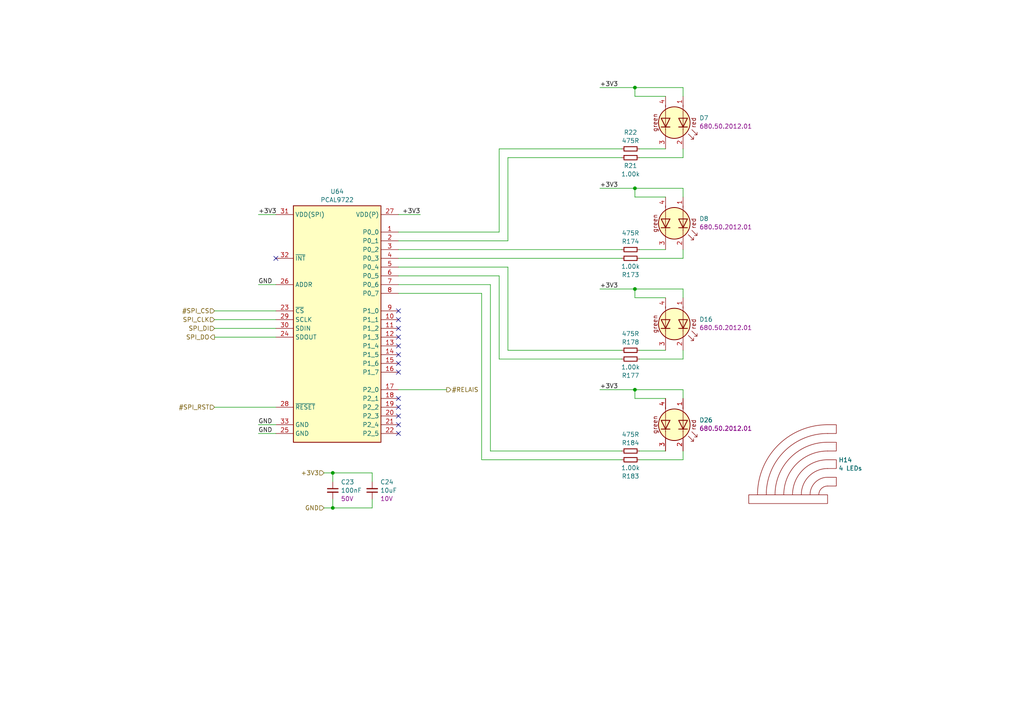
<source format=kicad_sch>
(kicad_sch (version 20250114) (generator "eeschema") (generator_version "9.0")
  (paper "A4")
  (title_block (title "CQ2") (date "2024-08-03") (rev "0") (comment 1 "SPI based GPIO Extension") (comment 2 "Manfred Schmitz") (comment 3 "tbd") (comment 4 "2024-07-03") (comment 5 "tbd") (comment 6 "A"))
  (lib_symbols
    (symbol "ci4rail-database:capacitors/86" (pin_numbers (hide yes)) (pin_names (offset 0.254) (hide yes))
      (property "Reference" "C" (at 0.254 1.778 0))
      (property "Value" "100nF" (at 0.254 -2.032 0))
      (property "Value2" "50V" (at 0 0 0))
      (symbol "capacitors/86_0_1"
        (polyline (pts (xy -1.524 0.508) (xy 1.524 0.508)) (stroke (width 0.3048)))
        (polyline (pts (xy -1.524 -0.508) (xy 1.524 -0.508)) (stroke (width 0.3302)))
      )
      (symbol "capacitors/86_1_1"
        (pin passive line (at 0 2.54 270) (length 2.032) (name "~") (number "1"))
        (pin passive line (at 0 -2.54 90) (length 2.032) (name "~") (number "2"))
      )
    )
    (symbol "ci4rail-database:capacitors/93" (pin_numbers (hide yes)) (pin_names (offset 0.254) (hide yes))
      (property "Reference" "C" (at 0.254 1.778 0))
      (property "Value" "10uF" (at 0.254 -2.032 0))
      (property "Value2" "10V" (at 0 0 0))
      (symbol "capacitors/93_0_1"
        (polyline (pts (xy -1.524 0.508) (xy 1.524 0.508)) (stroke (width 0.3048)))
        (polyline (pts (xy -1.524 -0.508) (xy 1.524 -0.508)) (stroke (width 0.3302)))
      )
      (symbol "capacitors/93_1_1"
        (pin passive line (at 0 2.54 270) (length 2.032) (name "~") (number "1"))
        (pin passive line (at 0 -2.54 90) (length 2.032) (name "~") (number "2"))
      )
    )
    (symbol "ci4rail-database:integrated/132"
      (property "Reference" "U9" (at 0 38.4345 0))
      (property "Value" "PCAL9722" (at 0 36.0102 0))
      (symbol "integrated/132_1_1"
        (rectangle (start -12.7 34.29) (end 12.7 -34.29) (stroke (width 0.254)) (fill (type background)))
        (pin passive line (at -17.78 31.75 0) (length 5.08) (name "VDD(SPI)") (number "31"))
        (pin passive line (at -17.78 19.05 0) (length 5.08) (name "~{INT}") (number "32"))
        (pin passive line (at -17.78 11.43 0) (length 5.08) (name "ADDR") (number "26"))
        (pin passive line (at -17.78 3.81 0) (length 5.08) (name "~{CS}") (number "23"))
        (pin passive line (at -17.78 1.27 0) (length 5.08) (name "SCLK") (number "29"))
        (pin passive line (at -17.78 -1.27 0) (length 5.08) (name "SDIN") (number "30"))
        (pin passive line (at -17.78 -3.81 0) (length 5.08) (name "SDOUT") (number "24"))
        (pin passive line (at -17.78 -24.13 0) (length 5.08) (name "~{RESET}") (number "28"))
        (pin passive line (at -17.78 -29.21 0) (length 5.08) (name "GND") (number "33"))
        (pin passive line (at -17.78 -31.75 0) (length 5.08) (name "GND") (number "25"))
        (pin passive line (at 17.78 31.75 180) (length 5.08) (name "VDD(P)") (number "27"))
        (pin passive line (at 17.78 26.67 180) (length 5.08) (name "P0_0") (number "1"))
        (pin passive line (at 17.78 24.13 180) (length 5.08) (name "P0_1") (number "2"))
        (pin passive line (at 17.78 21.59 180) (length 5.08) (name "P0_2") (number "3"))
        (pin passive line (at 17.78 19.05 180) (length 5.08) (name "P0_3") (number "4"))
        (pin passive line (at 17.78 16.51 180) (length 5.08) (name "P0_4") (number "5"))
        (pin passive line (at 17.78 13.97 180) (length 5.08) (name "P0_5") (number "6"))
        (pin passive line (at 17.78 11.43 180) (length 5.08) (name "P0_6") (number "7"))
        (pin passive line (at 17.78 8.89 180) (length 5.08) (name "P0_7") (number "8"))
        (pin passive line (at 17.78 3.81 180) (length 5.08) (name "P1_0") (number "9"))
        (pin passive line (at 17.78 1.27 180) (length 5.08) (name "P1_1") (number "10"))
        (pin passive line (at 17.78 -1.27 180) (length 5.08) (name "P1_2") (number "11"))
        (pin passive line (at 17.78 -3.81 180) (length 5.08) (name "P1_3") (number "12"))
        (pin passive line (at 17.78 -6.35 180) (length 5.08) (name "P1_4") (number "13"))
        (pin passive line (at 17.78 -8.89 180) (length 5.08) (name "P1_5") (number "14"))
        (pin passive line (at 17.78 -11.43 180) (length 5.08) (name "P1_6") (number "15"))
        (pin passive line (at 17.78 -13.97 180) (length 5.08) (name "P1_7") (number "16"))
        (pin passive line (at 17.78 -19.05 180) (length 5.08) (name "P2_0") (number "17"))
        (pin passive line (at 17.78 -21.59 180) (length 5.08) (name "P2_1") (number "18"))
        (pin passive line (at 17.78 -24.13 180) (length 5.08) (name "P2_2") (number "19"))
        (pin passive line (at 17.78 -26.67 180) (length 5.08) (name "P2_3") (number "20"))
        (pin passive line (at 17.78 -29.21 180) (length 5.08) (name "P2_4") (number "21"))
        (pin passive line (at 17.78 -31.75 180) (length 5.08) (name "P2_5") (number "22"))
      )
    )
    (symbol "ci4rail-database:opto/16" (pin_names (offset 0) (hide yes))
      (property "Reference" "D9" (at 0.254 12.192 90))
      (property "Value" "red/green" (at 1.0851 -7.2447 90))
      (symbol "opto/16_0_1"
        (polyline (pts (xy -5.08 2.54) (xy 2.032 2.54)))
        (polyline (pts (xy -5.08 -2.54) (xy 2.032 -2.54)))
        (polyline (pts (xy -1.27 3.81) (xy -1.27 1.27) (xy 1.27 2.54) (xy -1.27 3.81)) (stroke (width 0.254)))
        (polyline (pts (xy -1.27 -1.27) (xy -1.27 -3.81) (xy 1.27 -2.54) (xy -1.27 -1.27)) (stroke (width 0.254)))
        (circle (center 0 0) (radius 4.572) (stroke (width 0.254)) (fill (type background)))
        (polyline (pts (xy 1.27 3.81) (xy 1.27 1.27)) (stroke (width 0.254)))
        (polyline (pts (xy 1.27 -1.27) (xy 1.27 -3.81)) (stroke (width 0.254)))
        (polyline (pts (xy 2.032 5.08) (xy 3.556 6.604) (xy 2.794 6.604) (xy 3.556 6.604) (xy 3.556 5.842)))
        (polyline (pts (xy 3.302 4.064) (xy 4.826 5.588) (xy 4.064 5.588) (xy 4.826 5.588) (xy 4.826 4.826)))
        (polyline (pts (xy 3.81 2.54) (xy 1.905 2.54)))
        (polyline (pts (xy 3.81 -2.54) (xy 1.905 -2.54)))
      )
      (symbol "opto/16_1_1"
        (text "red" (at 0 5.588 0) (effects (font (size 1.27 1.27))))
        (text "green" (at 0 -5.588 0) (effects (font (size 1.27 1.27))))
        (pin input line (at -7.62 2.54 0) (length 3.048) (name "A1") (number "1"))
        (pin input line (at -7.62 -2.54 0) (length 3.048) (name "A2") (number "4"))
        (pin input line (at 7.62 2.54 180) (length 3.81) (name "K1") (number "2"))
        (pin input line (at 7.62 -2.54 180) (length 3.81) (name "K2") (number "3"))
      )
    )
    (symbol "ci4rail-database:resistors/142" (pin_numbers (hide yes)) (pin_names (offset 0))
      (property "Reference" "R" (at 2.032 0 90))
      (property "Value" "475R" (at 0 0 90))
      (symbol "resistors/142_0_1"
        (rectangle (start -0.635 1.905) (end 0.635 -1.905) (stroke (width 0.254)))
      )
      (symbol "resistors/142_1_1"
        (pin passive line (at 0 2.54 270) (length 0.635) (name "~") (number "1"))
        (pin passive line (at 0 -2.54 90) (length 0.635) (name "~") (number "2"))
      )
    )
    (symbol "ci4rail-database:resistors/150" (pin_numbers (hide yes)) (pin_names (offset 0))
      (property "Reference" "R" (at 2.032 0 90))
      (property "Value" "1.00k" (at 0 0 90))
      (symbol "resistors/150_0_1"
        (rectangle (start -0.635 1.905) (end 0.635 -1.905) (stroke (width 0.254)))
      )
      (symbol "resistors/150_1_1"
        (pin passive line (at 0 2.54 270) (length 0.635) (name "~") (number "1"))
        (pin passive line (at 0 -2.54 90) (length 0.635) (name "~") (number "2"))
      )
    )
    (symbol "ci4rail-database:various/14"
      (property "Reference" "H" (at 0 19.304 0))
      (property "Value" "4 LEDs" (at 2.54 0 0))
      (symbol "various/14_0_1"
        (rectangle (start -12.7 0) (end 10.16 -2.54))
        (polyline (pts (xy 10.16 20.32) (xy 12.7 20.32) (xy 12.7 17.78) (xy 10.16 17.78)))
        (polyline (pts (xy 10.16 15.24) (xy 12.7 15.24) (xy 12.7 12.7) (xy 10.16 12.7)))
        (polyline (pts (xy 10.16 10.16) (xy 12.7 10.16) (xy 12.7 7.62) (xy 10.16 7.62)))
        (polyline (pts (xy 10.16 5.08) (xy 12.7 5.08) (xy 12.7 2.54) (xy 10.16 2.54)))
        (arc (start -10.16 0) (mid -4.2084 14.3684) (end 10.16 20.32))
        (arc (start -7.62 0) (mid -2.4124 12.5724) (end 10.16 17.78))
        (arc (start -5.08 0) (mid -0.6163 10.7763) (end 10.16 15.24))
        (arc (start -2.54 0) (mid 1.1797 8.9803) (end 10.16 12.7))
        (arc (start 0 0) (mid 2.9758 7.1842) (end 10.16 10.16))
        (arc (start 2.54 0) (mid 4.7718 5.3882) (end 10.16 7.62))
        (arc (start 5.08 0) (mid 6.5679 3.5921) (end 10.16 5.08))
        (arc (start 7.62 0) (mid 8.3639 1.7961) (end 10.16 2.54))
      )
    )
  )
  (junction (at 184.15 25.4))
  (junction (at 184.15 83.82))
  (junction (at 96.52 147.32))
  (junction (at 184.15 54.61))
  (junction (at 184.15 113.03))
  (junction (at 96.52 137.16))
  (no_connect (at 115.57 95.25))
  (no_connect (at 115.57 120.65))
  (no_connect (at 115.57 125.73))
  (no_connect (at 115.57 90.17))
  (no_connect (at 115.57 97.79))
  (no_connect (at 115.57 123.19))
  (no_connect (at 115.57 100.33))
  (no_connect (at 80.01 74.93))
  (no_connect (at 115.57 115.57))
  (no_connect (at 115.57 92.71))
  (no_connect (at 115.57 118.11))
  (no_connect (at 115.57 107.95))
  (no_connect (at 115.57 102.87))
  (no_connect (at 115.57 105.41))
  (wire (pts (xy 185.42 43.18) (xy 193.04 43.18)))
  (wire (pts (xy 96.52 144.78) (xy 96.52 147.32)))
  (wire (pts (xy 80.01 62.23) (xy 74.93 62.23)))
  (wire (pts (xy 184.15 113.03) (xy 198.12 113.03)))
  (wire (pts (xy 115.57 62.23) (xy 121.92 62.23)))
  (wire (pts (xy 184.15 54.61) (xy 184.15 57.15)))
  (wire (pts (xy 144.78 67.31) (xy 144.78 43.18)))
  (wire (pts (xy 184.15 86.36) (xy 193.04 86.36)))
  (wire (pts (xy 173.99 113.03) (xy 184.15 113.03)))
  (wire (pts (xy 144.78 104.14) (xy 180.34 104.14)))
  (wire (pts (xy 80.01 123.19) (xy 74.93 123.19)))
  (wire (pts (xy 62.23 92.71) (xy 80.01 92.71)))
  (wire (pts (xy 115.57 72.39) (xy 180.34 72.39)))
  (wire (pts (xy 142.24 82.55) (xy 115.57 82.55)))
  (wire (pts (xy 147.32 101.6) (xy 147.32 77.47)))
  (wire (pts (xy 185.42 101.6) (xy 193.04 101.6)))
  (wire (pts (xy 185.42 104.14) (xy 198.12 104.14)))
  (wire (pts (xy 142.24 130.81) (xy 180.34 130.81)))
  (wire (pts (xy 185.42 45.72) (xy 198.12 45.72)))
  (wire (pts (xy 185.42 72.39) (xy 193.04 72.39)))
  (wire (pts (xy 62.23 90.17) (xy 80.01 90.17)))
  (wire (pts (xy 144.78 80.01) (xy 144.78 104.14)))
  (wire (pts (xy 139.7 133.35) (xy 180.34 133.35)))
  (wire (pts (xy 62.23 95.25) (xy 80.01 95.25)))
  (wire (pts (xy 139.7 85.09) (xy 139.7 133.35)))
  (wire (pts (xy 147.32 45.72) (xy 147.32 69.85)))
  (wire (pts (xy 184.15 113.03) (xy 184.15 115.57)))
  (wire (pts (xy 80.01 125.73) (xy 74.93 125.73)))
  (wire (pts (xy 96.52 137.16) (xy 107.95 137.16)))
  (wire (pts (xy 184.15 25.4) (xy 184.15 27.94)))
  (wire (pts (xy 198.12 45.72) (xy 198.12 43.18)))
  (wire (pts (xy 147.32 45.72) (xy 180.34 45.72)))
  (wire (pts (xy 184.15 54.61) (xy 198.12 54.61)))
  (wire (pts (xy 184.15 57.15) (xy 193.04 57.15)))
  (wire (pts (xy 142.24 130.81) (xy 142.24 82.55)))
  (wire (pts (xy 107.95 144.78) (xy 107.95 147.32)))
  (wire (pts (xy 115.57 69.85) (xy 147.32 69.85)))
  (wire (pts (xy 115.57 67.31) (xy 144.78 67.31)))
  (wire (pts (xy 96.52 137.16) (xy 96.52 139.7)))
  (wire (pts (xy 115.57 85.09) (xy 139.7 85.09)))
  (wire (pts (xy 173.99 25.4) (xy 184.15 25.4)))
  (wire (pts (xy 147.32 77.47) (xy 115.57 77.47)))
  (wire (pts (xy 185.42 74.93) (xy 198.12 74.93)))
  (wire (pts (xy 93.98 147.32) (xy 96.52 147.32)))
  (wire (pts (xy 115.57 113.03) (xy 129.54 113.03)))
  (wire (pts (xy 144.78 43.18) (xy 180.34 43.18)))
  (wire (pts (xy 198.12 83.82) (xy 198.12 86.36)))
  (wire (pts (xy 96.52 147.32) (xy 107.95 147.32)))
  (wire (pts (xy 62.23 118.11) (xy 80.01 118.11)))
  (wire (pts (xy 184.15 27.94) (xy 193.04 27.94)))
  (wire (pts (xy 107.95 137.16) (xy 107.95 139.7)))
  (wire (pts (xy 184.15 83.82) (xy 184.15 86.36)))
  (wire (pts (xy 184.15 115.57) (xy 193.04 115.57)))
  (wire (pts (xy 62.23 97.79) (xy 80.01 97.79)))
  (wire (pts (xy 185.42 130.81) (xy 193.04 130.81)))
  (wire (pts (xy 198.12 113.03) (xy 198.12 115.57)))
  (wire (pts (xy 147.32 101.6) (xy 180.34 101.6)))
  (wire (pts (xy 184.15 25.4) (xy 198.12 25.4)))
  (wire (pts (xy 198.12 25.4) (xy 198.12 27.94)))
  (wire (pts (xy 173.99 83.82) (xy 184.15 83.82)))
  (wire (pts (xy 115.57 80.01) (xy 144.78 80.01)))
  (wire (pts (xy 185.42 133.35) (xy 198.12 133.35)))
  (wire (pts (xy 93.98 137.16) (xy 96.52 137.16)))
  (wire (pts (xy 198.12 104.14) (xy 198.12 101.6)))
  (wire (pts (xy 80.01 82.55) (xy 74.93 82.55)))
  (wire (pts (xy 198.12 54.61) (xy 198.12 57.15)))
  (wire (pts (xy 198.12 133.35) (xy 198.12 130.81)))
  (wire (pts (xy 198.12 74.93) (xy 198.12 72.39)))
  (wire (pts (xy 115.57 74.93) (xy 180.34 74.93)))
  (wire (pts (xy 173.99 54.61) (xy 184.15 54.61)))
  (wire (pts (xy 184.15 83.82) (xy 198.12 83.82)))
  (label "GND" (at 74.93 125.73 0))
  (label "+3V3" (at 173.99 113.03 0))
  (label "+3V3" (at 173.99 54.61 0))
  (label "GND" (at 74.93 82.55 0))
  (label "+3V3" (at 173.99 83.82 0))
  (label "+3V3" (at 173.99 25.4 0))
  (label "GND" (at 74.93 123.19 0))
  (label "+3V3" (at 121.92 62.23 180))
  (label "+3V3" (at 74.93 62.23 0))
  (hierarchical_label "#SPI_RST" (shape input) (at 62.23 118.11 180))
  (hierarchical_label "SPI_DI" (shape input) (at 62.23 95.25 180))
  (hierarchical_label "#RELAIS" (shape output) (at 129.54 113.03 0))
  (hierarchical_label "#SPI_CS" (shape input) (at 62.23 90.17 180))
  (hierarchical_label "+3V3" (shape input) (at 93.98 137.16 180))
  (hierarchical_label "SPI_CLK" (shape input) (at 62.23 92.71 180))
  (hierarchical_label "SPI_DO" (shape output) (at 62.23 97.79 180))
  (hierarchical_label "GND" (shape input) (at 93.98 147.32 180))
  (symbol (lib_id "ci4rail-database:resistors/142") (at 182.88 72.39 270) (mirror x) (unit 1)
    (property "Reference" "R174" (at 182.88 70.0349 90))
    (property "Value" "475R" (at 182.88 67.6106 90))
    (property "Footprint" "0-standard:0402-resistor" (effects (hide yes)))
    (property "Description" "Thick film resistor" (effects (hide yes)))
    (property "Value1" "+/-1%" (effects (hide yes)))
    (property "Value2" "100 ppm" (effects (hide yes)))
    (property "Value3" "62.5 mW" (effects (hide yes)))
    (property "Value4" "50 V" (effects (hide yes)))
    (property "MPN" "n/a" (effects (hide yes)))
    (property "LTB" "9999" (effects (hide yes)))
    (property "ERP1" "M110-00126-00" (effects (hide yes)))
    (property "ERP2" "101.403.1475" (effects (hide yes)))
    (property "Lifecycle" "released" (effects (hide yes)))
    (property "Cost" "0.01" (effects (hide yes)))
    (property "Outline" "SMT 0402" (effects (hide yes)))
    (instances (project "cq2" (path "" (reference "R174") (unit 1)) (path "" (reference "R176") (unit 1))))
  )
  (symbol (lib_id "ci4rail-database:integrated/132") (at 97.79 93.98 0) (unit 1)
    (property "Reference" "U64" (at 97.79 55.5455 0))
    (property "Value" "PCAL9722" (at 97.79 57.9698 0))
    (property "Footprint" "1-special:integrated-132" (effects (hide yes)))
    (property "Datasheet" "${KICAD_CI4RAIL_DATASHEET_DIR}/integrated-132" (effects (hide yes)))
    (property "Description" "Interface SPI GPIO 22 Ios" (effects (hide yes)))
    (property "Value1" "22 I/O" (effects (hide yes)))
    (property "Value2" "5 MHz" (effects (hide yes)))
    (property "Value3" "1.1 to 5.5 V" (effects (hide yes)))
    (property "MPN" "NXP PCAL9722HNMP" (effects (hide yes)))
    (property "LTB" "2034" (effects (hide yes)))
    (property "ERP1" "integrated-132" (effects (hide yes)))
    (property "ERP2" "670.31.2317.01" (effects (hide yes)))
    (property "Cost" "1.16" (effects (hide yes)))
    (property "Lifecycle" "ERP1 pending SO1" (effects (hide yes)))
    (property "Outline" "SMT HVQFN32 5x5x0.85" (effects (hide yes)))
    (instances (project "cq2" (path "" (reference "U64") (unit 1)) (path "" (reference "U65") (unit 1))))
  )
  (symbol (lib_id "ci4rail-database:opto/16") (at 195.58 93.98 270) (unit 1)
    (property "Reference" "D16" (at 202.8246 92.6408 90) (effects (justify left)))
    (property "Value" "red/green" (effects (hide yes)))
    (property "Footprint" "1-special:opto-16" (effects (hide yes)))
    (property "Datasheet" "${KICAD_CI4RAIL_DATASHEET_DIR}/opto-16" (effects (hide yes)))
    (property "Description" "LED RG" (effects (hide yes)))
    (property "Value1" "straight" (effects (hide yes)))
    (property "Value2" "630/570 nm" (effects (hide yes)))
    (property "Value3" "water clear" (effects (hide yes)))
    (property "Value4" "250/50 mcd @ 20mA" (effects (hide yes)))
    (property "MPN" "Kingbright APHBM2012SURKCGKC" (effects (hide yes)))
    (property "LTB" "2034" (effects (hide yes)))
    (property "ERP1" "opto-16" (effects (hide yes)))
    (property "ERP2" "680.50.2012.01" (at 202.8246 95.0651 90) (effects (justify left)))
    (property "Cost" "0.14" (effects (hide yes)))
    (property "Lifecycle" "ERP1 pending SO1" (effects (hide yes)))
    (property "Outline" "SMT 0805" (effects (hide yes)))
    (instances (project "cq2" (path "" (reference "D16") (unit 1)) (path "" (reference "D20") (unit 1))))
  )
  (symbol (lib_id "ci4rail-database:resistors/142") (at 182.88 101.6 270) (mirror x) (unit 1)
    (property "Reference" "R178" (at 182.88 99.2449 90))
    (property "Value" "475R" (at 182.88 96.8206 90))
    (property "Footprint" "0-standard:0402-resistor" (effects (hide yes)))
    (property "Description" "Thick film resistor" (effects (hide yes)))
    (property "Value1" "+/-1%" (effects (hide yes)))
    (property "Value2" "100 ppm" (effects (hide yes)))
    (property "Value3" "62.5 mW" (effects (hide yes)))
    (property "Value4" "50 V" (effects (hide yes)))
    (property "MPN" "n/a" (effects (hide yes)))
    (property "LTB" "9999" (effects (hide yes)))
    (property "ERP1" "M110-00126-00" (effects (hide yes)))
    (property "ERP2" "101.403.1475" (effects (hide yes)))
    (property "Lifecycle" "released" (effects (hide yes)))
    (property "Cost" "0.01" (effects (hide yes)))
    (property "Outline" "SMT 0402" (effects (hide yes)))
    (instances (project "cq2" (path "" (reference "R178") (unit 1)) (path "" (reference "R182") (unit 1))))
  )
  (symbol (lib_id "ci4rail-database:opto/16") (at 195.58 35.56 270) (unit 1)
    (property "Reference" "D7" (at 202.8246 34.2208 90) (effects (justify left)))
    (property "Value" "red/green" (effects (hide yes)))
    (property "Footprint" "1-special:opto-16" (effects (hide yes)))
    (property "Datasheet" "${KICAD_CI4RAIL_DATASHEET_DIR}/opto-16" (effects (hide yes)))
    (property "Description" "LED RG" (effects (hide yes)))
    (property "Value1" "straight" (effects (hide yes)))
    (property "Value2" "630/570 nm" (effects (hide yes)))
    (property "Value3" "water clear" (effects (hide yes)))
    (property "Value4" "250/50 mcd @ 20mA" (effects (hide yes)))
    (property "MPN" "Kingbright APHBM2012SURKCGKC" (effects (hide yes)))
    (property "LTB" "2034" (effects (hide yes)))
    (property "ERP1" "opto-16" (effects (hide yes)))
    (property "ERP2" "680.50.2012.01" (at 202.8246 36.6451 90) (effects (justify left)))
    (property "Cost" "0.14" (effects (hide yes)))
    (property "Lifecycle" "ERP1 pending SO1" (effects (hide yes)))
    (property "Outline" "SMT 0805" (effects (hide yes)))
    (instances (project "cq2" (path "" (reference "D7") (unit 1)) (path "" (reference "D19") (unit 1))))
  )
  (symbol (lib_id "ci4rail-database:resistors/142") (at 182.88 130.81 270) (mirror x) (unit 1)
    (property "Reference" "R184" (at 182.88 128.4549 90))
    (property "Value" "475R" (at 182.88 126.0306 90))
    (property "Footprint" "0-standard:0402-resistor" (effects (hide yes)))
    (property "Description" "Thick film resistor" (effects (hide yes)))
    (property "Value1" "+/-1%" (effects (hide yes)))
    (property "Value2" "100 ppm" (effects (hide yes)))
    (property "Value3" "62.5 mW" (effects (hide yes)))
    (property "Value4" "50 V" (effects (hide yes)))
    (property "MPN" "n/a" (effects (hide yes)))
    (property "LTB" "9999" (effects (hide yes)))
    (property "ERP1" "M110-00126-00" (effects (hide yes)))
    (property "ERP2" "101.403.1475" (effects (hide yes)))
    (property "Lifecycle" "released" (effects (hide yes)))
    (property "Cost" "0.01" (effects (hide yes)))
    (property "Outline" "SMT 0402" (effects (hide yes)))
    (instances (project "cq2" (path "" (reference "R184") (unit 1)) (path "" (reference "R186") (unit 1))))
  )
  (symbol (lib_id "ci4rail-database:resistors/142") (at 182.88 43.18 270) (mirror x) (unit 1)
    (property "Reference" "R22" (at 182.88 38.4005 90))
    (property "Value" "475R" (at 182.88 40.8248 90))
    (property "Footprint" "0-standard:0402-resistor" (effects (hide yes)))
    (property "Description" "Thick film resistor" (effects (hide yes)))
    (property "Value1" "+/-1%" (effects (hide yes)))
    (property "Value2" "100 ppm" (effects (hide yes)))
    (property "Value3" "62.5 mW" (effects (hide yes)))
    (property "Value4" "50 V" (effects (hide yes)))
    (property "MPN" "n/a" (effects (hide yes)))
    (property "LTB" "9999" (effects (hide yes)))
    (property "ERP1" "M110-00126-00" (effects (hide yes)))
    (property "ERP2" "101.403.1475" (effects (hide yes)))
    (property "Lifecycle" "released" (effects (hide yes)))
    (property "Cost" "0.01" (effects (hide yes)))
    (property "Outline" "SMT 0402" (effects (hide yes)))
    (instances (project "cq2" (path "" (reference "R22") (unit 1)) (path "" (reference "R180") (unit 1))))
  )
  (symbol (lib_id "ci4rail-database:opto/16") (at 195.58 64.77 270) (unit 1)
    (property "Reference" "D8" (at 202.8246 63.4308 90) (effects (justify left)))
    (property "Value" "red/green" (effects (hide yes)))
    (property "Footprint" "1-special:opto-16" (effects (hide yes)))
    (property "Datasheet" "${KICAD_CI4RAIL_DATASHEET_DIR}/opto-16" (effects (hide yes)))
    (property "Description" "LED RG" (effects (hide yes)))
    (property "Value1" "straight" (effects (hide yes)))
    (property "Value2" "630/570 nm" (effects (hide yes)))
    (property "Value3" "water clear" (effects (hide yes)))
    (property "Value4" "250/50 mcd @ 20mA" (effects (hide yes)))
    (property "MPN" "Kingbright APHBM2012SURKCGKC" (effects (hide yes)))
    (property "LTB" "2034" (effects (hide yes)))
    (property "ERP1" "opto-16" (effects (hide yes)))
    (property "ERP2" "680.50.2012.01" (at 202.8246 65.8551 90) (effects (justify left)))
    (property "Cost" "0.14" (effects (hide yes)))
    (property "Lifecycle" "ERP1 pending SO1" (effects (hide yes)))
    (property "Outline" "SMT 0805" (effects (hide yes)))
    (instances (project "cq2" (path "" (reference "D8") (unit 1)) (path "" (reference "D15") (unit 1))))
  )
  (symbol (lib_id "ci4rail-database:resistors/150") (at 182.88 74.93 90) (mirror x) (unit 1)
    (property "Reference" "R173" (at 182.88 79.7095 90))
    (property "Value" "1.00k" (at 182.88 77.2852 90))
    (property "Footprint" "0-standard:0402-resistor" (effects (hide yes)))
    (property "Description" "Thick film resistor" (effects (hide yes)))
    (property "Value1" "+/-1%" (effects (hide yes)))
    (property "Value2" "100 ppm" (effects (hide yes)))
    (property "Value3" "62.5 mW" (effects (hide yes)))
    (property "Value4" "50 V" (effects (hide yes)))
    (property "MPN" "n/a" (effects (hide yes)))
    (property "LTB" "9999" (effects (hide yes)))
    (property "ERP1" "M110-00134-00" (effects (hide yes)))
    (property "ERP2" "101.403.2100" (effects (hide yes)))
    (property "Lifecycle" "released" (effects (hide yes)))
    (property "Cost" "0.01" (effects (hide yes)))
    (property "Outline" "SMT 0402" (effects (hide yes)))
    (instances (project "cq2" (path "" (reference "R173") (unit 1)) (path "" (reference "R175") (unit 1))))
  )
  (symbol (lib_id "ci4rail-database:various/14") (at 229.87 143.51 0) (unit 1)
    (property "Reference" "H14" (at 243.205 133.4078 0) (effects (justify left)))
    (property "Value" "4 LEDs" (at 243.205 135.8321 0) (effects (justify left)))
    (property "Footprint" "1-special:various-14" (effects (hide yes)))
    (property "Datasheet" "${KICAD_CI4RAIL_DATASHEET_DIR}/various-14" (effects (hide yes)))
    (property "Description" "Light Guide PCB" (effects (hide yes)))
    (property "Value1" "horizontal" (effects (hide yes)))
    (property "MPN" "Mentor 1296.1004" (effects (hide yes)))
    (property "LTB" "2034" (effects (hide yes)))
    (property "ERP1" "various-14" (effects (hide yes)))
    (property "ERP2" "680.50.1296.01" (effects (hide yes)))
    (property "Cost" "0.95" (effects (hide yes)))
    (property "Lifecycle" "released" (effects (hide yes)))
    (property "Outline" "MMT 15.7x11.3X4.9" (effects (hide yes)))
    (instances (project "" (path "" (reference "H14") (unit 1)) (path "" (reference "H15") (unit 1))))
  )
  (symbol (lib_id "ci4rail-database:resistors/150") (at 182.88 133.35 90) (mirror x) (unit 1)
    (property "Reference" "R183" (at 182.88 138.1295 90))
    (property "Value" "1.00k" (at 182.88 135.7052 90))
    (property "Footprint" "0-standard:0402-resistor" (effects (hide yes)))
    (property "Description" "Thick film resistor" (effects (hide yes)))
    (property "Value1" "+/-1%" (effects (hide yes)))
    (property "Value2" "100 ppm" (effects (hide yes)))
    (property "Value3" "62.5 mW" (effects (hide yes)))
    (property "Value4" "50 V" (effects (hide yes)))
    (property "MPN" "n/a" (effects (hide yes)))
    (property "LTB" "9999" (effects (hide yes)))
    (property "ERP1" "M110-00134-00" (effects (hide yes)))
    (property "ERP2" "101.403.2100" (effects (hide yes)))
    (property "Lifecycle" "released" (effects (hide yes)))
    (property "Cost" "0.01" (effects (hide yes)))
    (property "Outline" "SMT 0402" (effects (hide yes)))
    (instances (project "cq2" (path "" (reference "R183") (unit 1)) (path "" (reference "R185") (unit 1))))
  )
  (symbol (lib_id "ci4rail-database:capacitors/86") (at 96.52 142.24 0) (unit 1)
    (property "Reference" "C23" (at 98.8441 139.822 0) (effects (justify left)))
    (property "Value" "100nF" (at 98.8441 142.2463 0) (effects (justify left)))
    (property "Footprint" "0-standard:0402-capacitor" (effects (hide yes)))
    (property "Description" "Multilayer Ceramic Capacitors" (effects (hide yes)))
    (property "Value1" "+/-10 %" (effects (hide yes)))
    (property "Value2" "50V" (at 98.8441 144.6706 0) (effects (justify left)))
    (property "Value3" "X5R/X7R" (effects (hide yes)))
    (property "MPN" "n/a" (effects (hide yes)))
    (property "LTB" "9999" (effects (hide yes)))
    (property "ERP1" "M120-00060-00" (effects (hide yes)))
    (property "ERP2" "110.42.410.050.0" (effects (hide yes)))
    (property "Cost" "0.02" (effects (hide yes)))
    (property "Lifecycle" "released" (effects (hide yes)))
    (property "Outline" "SMT 0402" (effects (hide yes)))
    (instances (project "cq2" (path "" (reference "C23") (unit 1)) (path "" (reference "C39") (unit 1))))
  )
  (symbol (lib_id "ci4rail-database:capacitors/93") (at 107.95 142.24 180) (unit 1)
    (property "Reference" "C24" (at 110.2741 139.8093 0) (effects (justify right)))
    (property "Value" "10uF" (at 110.2741 142.2336 0) (effects (justify right)))
    (property "Footprint" "0-standard:0402-capacitor" (effects (hide yes)))
    (property "Description" "Multilayer Ceramic Capacitors" (effects (hide yes)))
    (property "Value1" "+/-20 %" (effects (hide yes)))
    (property "Value2" "10V" (at 110.2741 144.6579 0) (effects (justify right)))
    (property "Value3" "X5R" (effects (hide yes)))
    (property "MPN" "n/a" (effects (hide yes)))
    (property "LTB" "9999" (effects (hide yes)))
    (property "ERP1" "M120-00067-00" (effects (hide yes)))
    (property "ERP2" "110.42.610.010.0" (effects (hide yes)))
    (property "Cost" "0.1" (effects (hide yes)))
    (property "Lifecycle" "released" (effects (hide yes)))
    (property "Outline" "SMT 0402" (effects (hide yes)))
    (instances (project "cq2" (path "" (reference "C24") (unit 1)) (path "" (reference "C40") (unit 1))))
  )
  (symbol (lib_id "ci4rail-database:opto/16") (at 195.58 123.19 270) (unit 1)
    (property "Reference" "D26" (at 202.8246 121.8508 90) (effects (justify left)))
    (property "Value" "red/green" (effects (hide yes)))
    (property "Footprint" "1-special:opto-16" (effects (hide yes)))
    (property "Datasheet" "${KICAD_CI4RAIL_DATASHEET_DIR}/opto-16" (effects (hide yes)))
    (property "Description" "LED RG" (effects (hide yes)))
    (property "Value1" "straight" (effects (hide yes)))
    (property "Value2" "630/570 nm" (effects (hide yes)))
    (property "Value3" "water clear" (effects (hide yes)))
    (property "Value4" "250/50 mcd @ 20mA" (effects (hide yes)))
    (property "MPN" "Kingbright APHBM2012SURKCGKC" (effects (hide yes)))
    (property "LTB" "2034" (effects (hide yes)))
    (property "ERP1" "opto-16" (effects (hide yes)))
    (property "ERP2" "680.50.2012.01" (at 202.8246 124.2751 90) (effects (justify left)))
    (property "Cost" "0.14" (effects (hide yes)))
    (property "Lifecycle" "ERP1 pending SO1" (effects (hide yes)))
    (property "Outline" "SMT 0805" (effects (hide yes)))
    (instances (project "cq2" (path "" (reference "D26") (unit 1)) (path "" (reference "D27") (unit 1))))
  )
  (symbol (lib_id "ci4rail-database:resistors/150") (at 182.88 104.14 90) (mirror x) (unit 1)
    (property "Reference" "R177" (at 182.88 108.9195 90))
    (property "Value" "1.00k" (at 182.88 106.4952 90))
    (property "Footprint" "0-standard:0402-resistor" (effects (hide yes)))
    (property "Description" "Thick film resistor" (effects (hide yes)))
    (property "Value1" "+/-1%" (effects (hide yes)))
    (property "Value2" "100 ppm" (effects (hide yes)))
    (property "Value3" "62.5 mW" (effects (hide yes)))
    (property "Value4" "50 V" (effects (hide yes)))
    (property "MPN" "n/a" (effects (hide yes)))
    (property "LTB" "9999" (effects (hide yes)))
    (property "ERP1" "M110-00134-00" (effects (hide yes)))
    (property "ERP2" "101.403.2100" (effects (hide yes)))
    (property "Lifecycle" "released" (effects (hide yes)))
    (property "Cost" "0.01" (effects (hide yes)))
    (property "Outline" "SMT 0402" (effects (hide yes)))
    (instances (project "cq2" (path "" (reference "R177") (unit 1)) (path "" (reference "R181") (unit 1))))
  )
  (symbol (lib_id "ci4rail-database:resistors/150") (at 182.88 45.72 90) (mirror x) (unit 1)
    (property "Reference" "R21" (at 182.88 48.0751 90))
    (property "Value" "1.00k" (at 182.88 50.4994 90))
    (property "Footprint" "0-standard:0402-resistor" (effects (hide yes)))
    (property "Description" "Thick film resistor" (effects (hide yes)))
    (property "Value1" "+/-1%" (effects (hide yes)))
    (property "Value2" "100 ppm" (effects (hide yes)))
    (property "Value3" "62.5 mW" (effects (hide yes)))
    (property "Value4" "50 V" (effects (hide yes)))
    (property "MPN" "n/a" (effects (hide yes)))
    (property "LTB" "9999" (effects (hide yes)))
    (property "ERP1" "M110-00134-00" (effects (hide yes)))
    (property "ERP2" "101.403.2100" (effects (hide yes)))
    (property "Lifecycle" "released" (effects (hide yes)))
    (property "Cost" "0.01" (effects (hide yes)))
    (property "Outline" "SMT 0402" (effects (hide yes)))
    (instances (project "cq2" (path "" (reference "R21") (unit 1)) (path "" (reference "R179") (unit 1))))
  )
)
</source>
